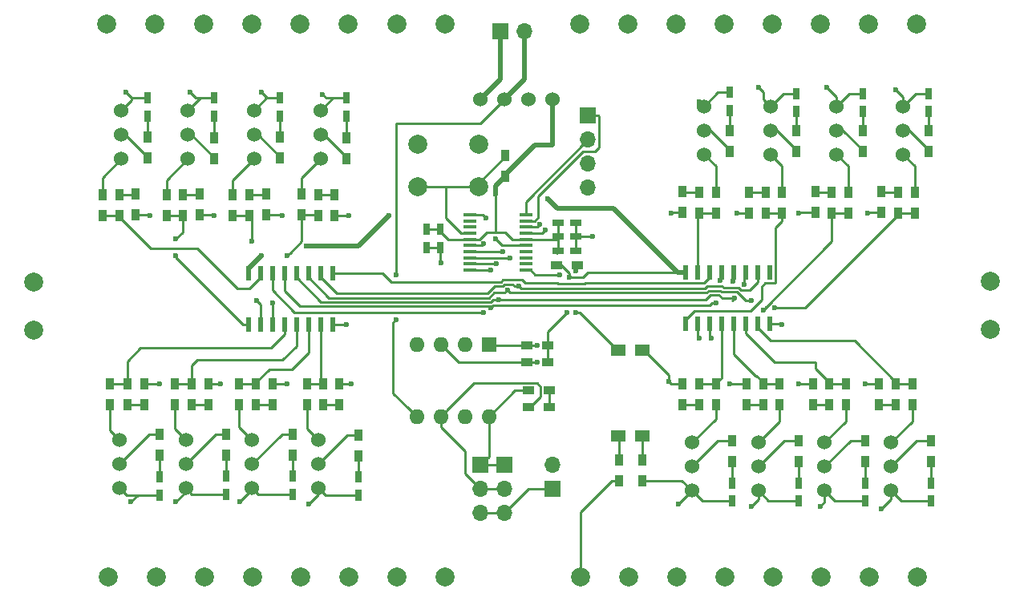
<source format=gtl>
G04 #@! TF.FileFunction,Copper,L1,Top,Signal*
%FSLAX46Y46*%
G04 Gerber Fmt 4.6, Leading zero omitted, Abs format (unit mm)*
G04 Created by KiCad (PCBNEW 4.0.2+dfsg1-stable) date Tue 14 Aug 2018 10:54:23 PM MDT*
%MOMM*%
G01*
G04 APERTURE LIST*
%ADD10C,0.100000*%
%ADD11R,1.200000X0.750000*%
%ADD12R,0.750000X1.200000*%
%ADD13R,0.900000X1.200000*%
%ADD14R,1.700000X1.700000*%
%ADD15O,1.700000X1.700000*%
%ADD16C,2.000000*%
%ADD17R,1.200000X0.900000*%
%ADD18R,1.500000X1.300000*%
%ADD19R,1.450000X0.450000*%
%ADD20R,0.600000X1.500000*%
%ADD21R,1.600000X1.600000*%
%ADD22O,1.600000X1.600000*%
%ADD23C,1.524000*%
%ADD24C,0.600000*%
%ADD25C,0.250000*%
%ADD26C,0.500000*%
G04 APERTURE END LIST*
D10*
D11*
X132350000Y-98250000D03*
X134250000Y-98250000D03*
D12*
X119937362Y-98966270D03*
X119937362Y-100866270D03*
D11*
X132350000Y-99750000D03*
X134250000Y-99750000D03*
D12*
X118437362Y-98966270D03*
X118437362Y-100866270D03*
D11*
X132350000Y-101250000D03*
X134250000Y-101250000D03*
D12*
X89000000Y-85100000D03*
X89000000Y-87000000D03*
X96000000Y-85100000D03*
X96000000Y-87000000D03*
X103000000Y-85100000D03*
X103000000Y-87000000D03*
X110000000Y-85100000D03*
X110000000Y-87000000D03*
X90300000Y-127050000D03*
X90300000Y-125150000D03*
X97300000Y-126950000D03*
X97300000Y-125050000D03*
X104300000Y-126950000D03*
X104300000Y-125050000D03*
X111300000Y-127050000D03*
X111300000Y-125150000D03*
X150500000Y-84500000D03*
X150500000Y-86400000D03*
X157500000Y-84600000D03*
X157500000Y-86500000D03*
X164500000Y-84600000D03*
X164500000Y-86500000D03*
X171500000Y-84600000D03*
X171500000Y-86500000D03*
X150750000Y-127650000D03*
X150750000Y-125750000D03*
X157750000Y-127650000D03*
X157750000Y-125750000D03*
X164750000Y-127650000D03*
X164750000Y-125750000D03*
X171750000Y-127650000D03*
X171750000Y-125750000D03*
D13*
X87750000Y-97450000D03*
X87750000Y-95250000D03*
X145500000Y-97200000D03*
X145500000Y-95000000D03*
X94500000Y-97450000D03*
X94500000Y-95250000D03*
X152500000Y-97250000D03*
X152500000Y-95050000D03*
X101500000Y-97450000D03*
X101500000Y-95250000D03*
X159500000Y-97200000D03*
X159500000Y-95000000D03*
X108750000Y-97500000D03*
X108750000Y-95300000D03*
X166500000Y-97200000D03*
X166500000Y-95000000D03*
X88650000Y-115300000D03*
X88650000Y-117500000D03*
X145500000Y-115300000D03*
X145500000Y-117500000D03*
X95450000Y-115300000D03*
X95450000Y-117500000D03*
X152250000Y-115300000D03*
X152250000Y-117500000D03*
X102250000Y-115300000D03*
X102250000Y-117500000D03*
X159250000Y-115300000D03*
X159250000Y-117500000D03*
X109250000Y-115300000D03*
X109250000Y-117500000D03*
X166250000Y-115300000D03*
X166250000Y-117500000D03*
D14*
X126720000Y-123870000D03*
D15*
X126720000Y-126410000D03*
X126720000Y-128950000D03*
D14*
X124180000Y-123870000D03*
D15*
X124180000Y-126410000D03*
X124180000Y-128950000D03*
D14*
X131800000Y-126410000D03*
D15*
X131800000Y-123870000D03*
D16*
X84720000Y-77300000D03*
X89800000Y-77300000D03*
X94920000Y-77300000D03*
X100000000Y-77300000D03*
X105120000Y-77300000D03*
X110200000Y-77300000D03*
X115320000Y-77300000D03*
X120400000Y-77300000D03*
X89960000Y-135720000D03*
X84880000Y-135720000D03*
X100120000Y-135720000D03*
X95040000Y-135720000D03*
X110280000Y-135720000D03*
X105200000Y-135720000D03*
X120440000Y-135720000D03*
X115360000Y-135720000D03*
X134630000Y-77240000D03*
X139710000Y-77240000D03*
X144790000Y-77240000D03*
X149870000Y-77240000D03*
X154950000Y-77240000D03*
X160030000Y-77240000D03*
X165110000Y-77240000D03*
X170190000Y-77240000D03*
X139780000Y-135680000D03*
X134700000Y-135680000D03*
X149940000Y-135680000D03*
X144860000Y-135680000D03*
X160100000Y-135680000D03*
X155020000Y-135680000D03*
X170260000Y-135680000D03*
X165180000Y-135680000D03*
D14*
X126250000Y-78000000D03*
D15*
X128790000Y-78000000D03*
D13*
X138750000Y-123300000D03*
X138750000Y-125500000D03*
X141250000Y-123300000D03*
X141250000Y-125500000D03*
X126750000Y-93350000D03*
X126750000Y-91150000D03*
D17*
X131450000Y-116000000D03*
X129250000Y-116000000D03*
X131450000Y-117750000D03*
X129250000Y-117750000D03*
X132150000Y-102750000D03*
X134350000Y-102750000D03*
D13*
X86000000Y-95300000D03*
X86000000Y-97500000D03*
X92750000Y-95300000D03*
X92750000Y-97500000D03*
X99750000Y-95300000D03*
X99750000Y-97500000D03*
X107000000Y-95300000D03*
X107000000Y-97500000D03*
X86850000Y-117500000D03*
X86850000Y-115300000D03*
X93650000Y-117500000D03*
X93650000Y-115300000D03*
X100450000Y-117500000D03*
X100450000Y-115300000D03*
X107550000Y-117500000D03*
X107550000Y-115300000D03*
D17*
X129050000Y-111250000D03*
X131250000Y-111250000D03*
X129050000Y-113000000D03*
X131250000Y-113000000D03*
D13*
X84250000Y-95300000D03*
X84250000Y-97500000D03*
X91000000Y-95300000D03*
X91000000Y-97500000D03*
X98000000Y-95300000D03*
X98000000Y-97500000D03*
X105250000Y-95250000D03*
X105250000Y-97450000D03*
X89000000Y-91450000D03*
X89000000Y-89250000D03*
X96000000Y-91500000D03*
X96000000Y-89300000D03*
X103000000Y-91450000D03*
X103000000Y-89250000D03*
X110000000Y-91500000D03*
X110000000Y-89300000D03*
X85050000Y-117500000D03*
X85050000Y-115300000D03*
X91850000Y-117500000D03*
X91850000Y-115300000D03*
X98650000Y-117500000D03*
X98650000Y-115300000D03*
X105850000Y-117500000D03*
X105850000Y-115300000D03*
X90300000Y-120600000D03*
X90300000Y-122800000D03*
X97300000Y-120600000D03*
X97300000Y-122800000D03*
X104300000Y-120600000D03*
X104300000Y-122800000D03*
X111300000Y-120700000D03*
X111300000Y-122900000D03*
X149000000Y-95050000D03*
X149000000Y-97250000D03*
X156000000Y-95050000D03*
X156000000Y-97250000D03*
X163000000Y-95050000D03*
X163000000Y-97250000D03*
X170000000Y-95050000D03*
X170000000Y-97250000D03*
X150500000Y-90750000D03*
X150500000Y-88550000D03*
X157500000Y-90700000D03*
X157500000Y-88500000D03*
X164500000Y-90700000D03*
X164500000Y-88500000D03*
X171500000Y-90700000D03*
X171500000Y-88500000D03*
X149000000Y-117450000D03*
X149000000Y-115250000D03*
X155750000Y-117450000D03*
X155750000Y-115250000D03*
X162750000Y-117500000D03*
X162750000Y-115300000D03*
X169750000Y-117450000D03*
X169750000Y-115250000D03*
X150750000Y-121300000D03*
X150750000Y-123500000D03*
X157750000Y-121300000D03*
X157750000Y-123500000D03*
X164750000Y-121300000D03*
X164750000Y-123500000D03*
X171750000Y-121300000D03*
X171750000Y-123500000D03*
D16*
X117500000Y-94500000D03*
X117500000Y-90000000D03*
X124000000Y-94500000D03*
X124000000Y-90000000D03*
D18*
X138730000Y-120750000D03*
X141270000Y-120750000D03*
X141270000Y-111750000D03*
X138730000Y-111750000D03*
D19*
X123050000Y-97425000D03*
X123050000Y-98075000D03*
X123050000Y-98725000D03*
X123050000Y-99375000D03*
X123050000Y-100025000D03*
X123050000Y-100675000D03*
X123050000Y-101325000D03*
X123050000Y-101975000D03*
X123050000Y-102625000D03*
X123050000Y-103275000D03*
X128950000Y-103275000D03*
X128950000Y-102625000D03*
X128950000Y-101975000D03*
X128950000Y-101325000D03*
X128950000Y-100675000D03*
X128950000Y-100025000D03*
X128950000Y-99375000D03*
X128950000Y-98725000D03*
X128950000Y-98075000D03*
X128950000Y-97425000D03*
D20*
X99630000Y-109000000D03*
X100900000Y-109000000D03*
X102170000Y-109000000D03*
X103440000Y-109000000D03*
X104710000Y-109000000D03*
X105980000Y-109000000D03*
X107250000Y-109000000D03*
X108520000Y-109000000D03*
X108520000Y-103600000D03*
X107250000Y-103600000D03*
X105980000Y-103600000D03*
X104710000Y-103600000D03*
X103440000Y-103600000D03*
X102170000Y-103600000D03*
X100900000Y-103600000D03*
X99630000Y-103600000D03*
X145805000Y-108950000D03*
X147075000Y-108950000D03*
X148345000Y-108950000D03*
X149615000Y-108950000D03*
X150885000Y-108950000D03*
X152155000Y-108950000D03*
X153425000Y-108950000D03*
X154695000Y-108950000D03*
X154695000Y-103550000D03*
X153425000Y-103550000D03*
X152155000Y-103550000D03*
X150885000Y-103550000D03*
X149615000Y-103550000D03*
X148345000Y-103550000D03*
X147075000Y-103550000D03*
X145805000Y-103550000D03*
D21*
X125040000Y-111130000D03*
D22*
X117420000Y-118750000D03*
X122500000Y-111130000D03*
X119960000Y-118750000D03*
X119960000Y-111130000D03*
X122500000Y-118750000D03*
X117420000Y-111130000D03*
X125040000Y-118750000D03*
D23*
X124130000Y-85250000D03*
X126670000Y-85250000D03*
X129210000Y-85250000D03*
X131750000Y-85250000D03*
D14*
X135500000Y-86960000D03*
D15*
X135500000Y-89500000D03*
X135500000Y-92040000D03*
X135500000Y-94580000D03*
D23*
X86250000Y-86420000D03*
X86250000Y-88960000D03*
X86250000Y-91500000D03*
X93250000Y-86420000D03*
X93250000Y-88960000D03*
X93250000Y-91500000D03*
X100250000Y-86420000D03*
X100250000Y-88960000D03*
X100250000Y-91500000D03*
X107250000Y-86420000D03*
X107250000Y-88960000D03*
X107250000Y-91500000D03*
X86050000Y-126300000D03*
X86050000Y-123760000D03*
X86050000Y-121220000D03*
X93050000Y-126300000D03*
X93050000Y-123760000D03*
X93050000Y-121220000D03*
X100050000Y-126300000D03*
X100050000Y-123760000D03*
X100050000Y-121220000D03*
X107050000Y-126300000D03*
X107050000Y-123760000D03*
X107050000Y-121220000D03*
X147750000Y-85960000D03*
X147750000Y-88500000D03*
X147750000Y-91040000D03*
X154750000Y-85960000D03*
X154750000Y-88500000D03*
X154750000Y-91040000D03*
X161750000Y-85960000D03*
X161750000Y-88500000D03*
X161750000Y-91040000D03*
X168750000Y-85960000D03*
X168750000Y-88500000D03*
X168750000Y-91040000D03*
X146500000Y-126580000D03*
X146500000Y-124040000D03*
X146500000Y-121500000D03*
X153500000Y-126580000D03*
X153500000Y-124040000D03*
X153500000Y-121500000D03*
X160500000Y-126580000D03*
X160500000Y-124040000D03*
X160500000Y-121500000D03*
X167500000Y-126580000D03*
X167500000Y-124040000D03*
X167500000Y-121500000D03*
D13*
X147250000Y-95050000D03*
X147250000Y-97250000D03*
X154250000Y-95050000D03*
X154250000Y-97250000D03*
X161250000Y-95050000D03*
X161250000Y-97250000D03*
X168250000Y-95050000D03*
X168250000Y-97250000D03*
X147250000Y-117450000D03*
X147250000Y-115250000D03*
X154000000Y-117450000D03*
X154000000Y-115250000D03*
X161000000Y-117500000D03*
X161000000Y-115300000D03*
X168000000Y-117450000D03*
X168000000Y-115250000D03*
D16*
X77000000Y-109580000D03*
X77000000Y-104500000D03*
X178000000Y-104460000D03*
X178000000Y-109540000D03*
D24*
X131750000Y-90000000D03*
X133550000Y-104000000D03*
X133250000Y-107750000D03*
X131250000Y-95750000D03*
X125750000Y-95250000D03*
X114500000Y-97500000D03*
X105750000Y-100750000D03*
X101000000Y-101750000D03*
X156000000Y-109000000D03*
X125750000Y-100000000D03*
X124750000Y-97750000D03*
X90250000Y-115250000D03*
X96750000Y-115250000D03*
X103750000Y-115250000D03*
X110500000Y-115250000D03*
X110000000Y-109000000D03*
X144000000Y-115000000D03*
X150500000Y-115250000D03*
X157750000Y-115250000D03*
X164750000Y-115250000D03*
X165000000Y-97250000D03*
X157750000Y-97250000D03*
X151250000Y-97250000D03*
X144250000Y-97250000D03*
X136000000Y-99750000D03*
X120000000Y-102500000D03*
X110250000Y-97500000D03*
X103250000Y-97500000D03*
X96000000Y-97500000D03*
X89250000Y-97500000D03*
X147250000Y-85460000D03*
X153500000Y-84000000D03*
X160750000Y-84000000D03*
X168000000Y-84250000D03*
X166500000Y-128500000D03*
X160000000Y-128250000D03*
X152750000Y-128250000D03*
X145080000Y-128000000D03*
X106000000Y-128000000D03*
X98750000Y-127750000D03*
X92000000Y-127750000D03*
X87250000Y-127750000D03*
X107500000Y-84750000D03*
X101000000Y-84500000D03*
X93500000Y-84500000D03*
X86750000Y-84500000D03*
X132500000Y-103750000D03*
X134217050Y-103374990D03*
X134250000Y-107750000D03*
X124500000Y-107750000D03*
X124500000Y-100500000D03*
X126500000Y-101300010D03*
X126997187Y-105374990D03*
X152000000Y-104750000D03*
X152750000Y-106500000D03*
X128164357Y-104924979D03*
X127250000Y-102000000D03*
X126106218Y-106374990D03*
X150823563Y-104474968D03*
X151000000Y-106250000D03*
X125874990Y-102600010D03*
X149000000Y-106750000D03*
X149468648Y-104349967D03*
X125250000Y-107275032D03*
X125250000Y-103250010D03*
X154000000Y-107500000D03*
X147250000Y-110500000D03*
X155250000Y-107250000D03*
X148500000Y-110500000D03*
X115250000Y-108500000D03*
X115250000Y-103750000D03*
X92000000Y-100000000D03*
X92000000Y-101750000D03*
X100000000Y-100250000D03*
X100500000Y-106500000D03*
X103750000Y-101750000D03*
X102250000Y-106750000D03*
X130149998Y-111250000D03*
X131000000Y-99000000D03*
X130149962Y-113000000D03*
X130434306Y-98434306D03*
D25*
X125750000Y-99250000D02*
X124800000Y-99250000D01*
X126500000Y-99250000D02*
X125750000Y-99250000D01*
X125750000Y-99250000D02*
X125750000Y-95250000D01*
D26*
X131750000Y-85250000D02*
X131750000Y-90000000D01*
X131750000Y-90000000D02*
X131750000Y-90050000D01*
D25*
X133550000Y-103575736D02*
X132724264Y-102750000D01*
X133550000Y-104000000D02*
X133550000Y-103575736D01*
X132724264Y-102750000D02*
X132150000Y-102750000D01*
X131250000Y-111250000D02*
X131250000Y-109750000D01*
X131250000Y-109750000D02*
X133250000Y-107750000D01*
X135000000Y-104000000D02*
X133550000Y-104000000D01*
X135450000Y-103550000D02*
X135000000Y-104000000D01*
X145005000Y-103550000D02*
X135450000Y-103550000D01*
D26*
X138205000Y-96750000D02*
X132250000Y-96750000D01*
X132250000Y-96750000D02*
X131250000Y-95750000D01*
X145805000Y-103550000D02*
X145005000Y-103550000D01*
X145005000Y-103550000D02*
X138205000Y-96750000D01*
X125750000Y-95250000D02*
X125750000Y-94350000D01*
X125750000Y-94350000D02*
X126750000Y-93350000D01*
X105750000Y-100750000D02*
X111250000Y-100750000D01*
X111250000Y-100750000D02*
X114500000Y-97500000D01*
X99630000Y-103600000D02*
X99630000Y-103120000D01*
X99630000Y-103120000D02*
X101000000Y-101750000D01*
X131750000Y-90050000D02*
X129900000Y-90050000D01*
X129900000Y-90050000D02*
X126750000Y-93200000D01*
X126750000Y-93200000D02*
X126750000Y-93350000D01*
D25*
X131250000Y-111250000D02*
X131250000Y-113000000D01*
X124800000Y-99250000D02*
X124025000Y-100025000D01*
X124025000Y-100025000D02*
X123050000Y-100025000D01*
X126750000Y-99250000D02*
X127525000Y-100025000D01*
X127525000Y-100025000D02*
X128950000Y-100025000D01*
X126500000Y-99250000D02*
X126750000Y-99250000D01*
X123050000Y-100025000D02*
X120771092Y-100025000D01*
X120771092Y-100025000D02*
X119937362Y-99191270D01*
X119937362Y-99191270D02*
X119937362Y-98966270D01*
X128950000Y-100025000D02*
X132075000Y-100025000D01*
X132075000Y-100025000D02*
X132350000Y-99750000D01*
X118437362Y-98966270D02*
X119937362Y-98966270D01*
X132350000Y-99750000D02*
X132350000Y-98250000D01*
X132350000Y-101250000D02*
X132350000Y-99750000D01*
X132150000Y-101450000D02*
X132350000Y-101250000D01*
X154695000Y-108950000D02*
X155950000Y-108950000D01*
X155950000Y-108950000D02*
X156000000Y-109000000D01*
X128950000Y-100675000D02*
X126425000Y-100675000D01*
X126425000Y-100675000D02*
X125750000Y-100000000D01*
X123050000Y-97425000D02*
X124425000Y-97425000D01*
X124425000Y-97425000D02*
X124750000Y-97750000D01*
X88650000Y-115300000D02*
X90200000Y-115300000D01*
X90200000Y-115300000D02*
X90250000Y-115250000D01*
X95450000Y-115300000D02*
X96700000Y-115300000D01*
X96700000Y-115300000D02*
X96750000Y-115250000D01*
X102250000Y-115300000D02*
X103700000Y-115300000D01*
X103700000Y-115300000D02*
X103750000Y-115250000D01*
X109250000Y-115300000D02*
X110450000Y-115300000D01*
X110450000Y-115300000D02*
X110500000Y-115250000D01*
X108520000Y-109000000D02*
X110000000Y-109000000D01*
X141270000Y-111750000D02*
X141370000Y-111750000D01*
X141370000Y-111750000D02*
X144000000Y-114380000D01*
X144000000Y-114380000D02*
X144000000Y-114575736D01*
X144000000Y-114575736D02*
X144000000Y-115000000D01*
X145500000Y-115300000D02*
X144300000Y-115300000D01*
X144300000Y-115300000D02*
X144000000Y-115000000D01*
X152250000Y-115300000D02*
X150550000Y-115300000D01*
X150550000Y-115300000D02*
X150500000Y-115250000D01*
X159250000Y-115300000D02*
X157800000Y-115300000D01*
X157800000Y-115300000D02*
X157750000Y-115250000D01*
X166250000Y-115300000D02*
X164800000Y-115300000D01*
X164800000Y-115300000D02*
X164750000Y-115250000D01*
X166500000Y-97200000D02*
X165050000Y-97200000D01*
X165050000Y-97200000D02*
X165000000Y-97250000D01*
X159500000Y-97200000D02*
X157800000Y-97200000D01*
X157800000Y-97200000D02*
X157750000Y-97250000D01*
X152500000Y-97250000D02*
X151250000Y-97250000D01*
X145500000Y-97200000D02*
X144300000Y-97200000D01*
X144300000Y-97200000D02*
X144250000Y-97250000D01*
X134250000Y-99750000D02*
X136000000Y-99750000D01*
X119937362Y-100866270D02*
X119937362Y-102437362D01*
X119937362Y-102437362D02*
X120000000Y-102500000D01*
X108750000Y-97500000D02*
X110250000Y-97500000D01*
X101500000Y-97450000D02*
X103200000Y-97450000D01*
X103200000Y-97450000D02*
X103250000Y-97500000D01*
X94500000Y-97450000D02*
X95950000Y-97450000D01*
X95950000Y-97450000D02*
X96000000Y-97500000D01*
X87750000Y-97450000D02*
X89200000Y-97450000D01*
X89200000Y-97450000D02*
X89250000Y-97500000D01*
X119937362Y-100866270D02*
X118437362Y-100866270D01*
X134250000Y-99750000D02*
X134250000Y-98250000D01*
X134250000Y-101250000D02*
X134250000Y-99750000D01*
X147750000Y-85960000D02*
X147250000Y-85460000D01*
X153988001Y-84488001D02*
X153500000Y-84000000D01*
X154750000Y-85960000D02*
X153988001Y-85198001D01*
X153988001Y-85198001D02*
X153988001Y-84488001D01*
X161750000Y-85960000D02*
X161750000Y-85000000D01*
X161750000Y-85000000D02*
X160750000Y-84000000D01*
X168750000Y-85960000D02*
X168750000Y-85000000D01*
X168750000Y-85000000D02*
X168000000Y-84250000D01*
X167500000Y-126580000D02*
X167500000Y-127500000D01*
X167500000Y-127500000D02*
X166500000Y-128500000D01*
X160500000Y-126580000D02*
X160500000Y-127750000D01*
X160500000Y-127750000D02*
X160000000Y-128250000D01*
X87350000Y-85100000D02*
X87350000Y-85320000D01*
X87350000Y-85320000D02*
X86250000Y-86420000D01*
X153500000Y-126580000D02*
X153500000Y-127500000D01*
X153500000Y-127500000D02*
X152750000Y-128250000D01*
X146500000Y-126580000D02*
X145080000Y-128000000D01*
X107050000Y-126300000D02*
X107050000Y-126950000D01*
X107050000Y-126950000D02*
X106000000Y-128000000D01*
X100050000Y-126300000D02*
X100050000Y-126450000D01*
X100050000Y-126450000D02*
X98750000Y-127750000D01*
X93050000Y-126300000D02*
X93050000Y-126700000D01*
X93050000Y-126700000D02*
X92000000Y-127750000D01*
X87950000Y-127050000D02*
X87250000Y-127750000D01*
X90300000Y-127050000D02*
X87950000Y-127050000D01*
X110000000Y-85100000D02*
X107850000Y-85100000D01*
X107850000Y-85100000D02*
X107500000Y-84750000D01*
X103000000Y-85100000D02*
X101600000Y-85100000D01*
X101600000Y-85100000D02*
X101000000Y-84500000D01*
X96000000Y-85100000D02*
X94100000Y-85100000D01*
X94100000Y-85100000D02*
X93500000Y-84500000D01*
X89000000Y-85100000D02*
X87350000Y-85100000D01*
X87350000Y-85100000D02*
X86750000Y-84500000D01*
X141250000Y-125500000D02*
X145420000Y-125500000D01*
X145420000Y-125500000D02*
X146500000Y-126580000D01*
X171750000Y-127650000D02*
X168570000Y-127650000D01*
X168570000Y-127650000D02*
X167500000Y-126580000D01*
X164750000Y-127650000D02*
X161570000Y-127650000D01*
X161570000Y-127650000D02*
X160500000Y-126580000D01*
X157750000Y-127650000D02*
X154570000Y-127650000D01*
X154570000Y-127650000D02*
X153500000Y-126580000D01*
X150750000Y-127650000D02*
X147570000Y-127650000D01*
X147570000Y-127650000D02*
X146500000Y-126580000D01*
X168750000Y-85960000D02*
X170110000Y-84600000D01*
X170110000Y-84600000D02*
X171500000Y-84600000D01*
X161750000Y-85960000D02*
X163110000Y-84600000D01*
X163110000Y-84600000D02*
X164500000Y-84600000D01*
X157500000Y-84600000D02*
X156110000Y-84600000D01*
X156110000Y-84600000D02*
X154750000Y-85960000D01*
X150500000Y-84500000D02*
X149210000Y-84500000D01*
X149210000Y-84500000D02*
X147750000Y-85960000D01*
X111300000Y-127050000D02*
X107800000Y-127050000D01*
X107800000Y-127050000D02*
X107050000Y-126300000D01*
X104300000Y-126950000D02*
X100700000Y-126950000D01*
X100700000Y-126950000D02*
X100050000Y-126300000D01*
X97300000Y-126950000D02*
X93700000Y-126950000D01*
X93700000Y-126950000D02*
X93050000Y-126300000D01*
X90300000Y-127050000D02*
X86800000Y-127050000D01*
X86800000Y-127050000D02*
X86050000Y-126300000D01*
X107250000Y-86420000D02*
X108570000Y-85100000D01*
X108570000Y-85100000D02*
X110000000Y-85100000D01*
X100250000Y-86420000D02*
X101570000Y-85100000D01*
X101570000Y-85100000D02*
X103000000Y-85100000D01*
X96000000Y-85100000D02*
X94570000Y-85100000D01*
X94570000Y-85100000D02*
X93250000Y-86420000D01*
X89000000Y-87000000D02*
X89000000Y-89250000D01*
X96000000Y-87000000D02*
X96000000Y-89300000D01*
X103000000Y-87000000D02*
X103000000Y-89250000D01*
X110000000Y-87000000D02*
X110000000Y-89300000D01*
X90300000Y-122800000D02*
X90300000Y-125150000D01*
X97300000Y-122800000D02*
X97300000Y-125050000D01*
X104300000Y-122800000D02*
X104300000Y-125050000D01*
X111300000Y-122900000D02*
X111300000Y-125150000D01*
X150500000Y-86400000D02*
X150500000Y-88550000D01*
X157500000Y-86500000D02*
X157500000Y-88500000D01*
X164500000Y-86500000D02*
X164500000Y-88500000D01*
X171500000Y-86500000D02*
X171500000Y-88500000D01*
X150750000Y-123500000D02*
X150750000Y-125750000D01*
X157750000Y-123500000D02*
X157750000Y-125750000D01*
X164750000Y-123500000D02*
X164750000Y-125750000D01*
X171750000Y-123500000D02*
X171750000Y-125750000D01*
X124180000Y-123870000D02*
X125280000Y-123870000D01*
X125280000Y-123870000D02*
X126720000Y-123870000D01*
X125040000Y-118750000D02*
X125040000Y-123010000D01*
X125040000Y-123010000D02*
X124180000Y-123870000D01*
X129250000Y-116000000D02*
X127790000Y-116000000D01*
X127790000Y-116000000D02*
X125040000Y-118750000D01*
X126720000Y-126410000D02*
X125517919Y-126410000D01*
X125517919Y-126410000D02*
X124180000Y-126410000D01*
X122500000Y-122421370D02*
X122500000Y-124730000D01*
X122500000Y-124730000D02*
X124180000Y-126410000D01*
X119960000Y-118750000D02*
X119960000Y-119881370D01*
X119960000Y-119881370D02*
X122500000Y-122421370D01*
X130500000Y-116650000D02*
X130500000Y-115614998D01*
X130500000Y-115614998D02*
X130110001Y-115224999D01*
X130110001Y-115224999D02*
X123485001Y-115224999D01*
X123485001Y-115224999D02*
X120759999Y-117950001D01*
X120759999Y-117950001D02*
X119960000Y-118750000D01*
X129250000Y-117750000D02*
X129400000Y-117750000D01*
X129400000Y-117750000D02*
X130500000Y-116650000D01*
X136600000Y-86960000D02*
X135500000Y-86960000D01*
X136675001Y-87035001D02*
X136600000Y-86960000D01*
X136250000Y-90750000D02*
X136675001Y-90324999D01*
X136675001Y-90324999D02*
X136675001Y-87035001D01*
X130250000Y-97693610D02*
X130250000Y-95500000D01*
X130250000Y-95500000D02*
X135000000Y-90750000D01*
X135000000Y-90750000D02*
X136250000Y-90750000D01*
X128950000Y-98075000D02*
X129868610Y-98075000D01*
X129868610Y-98075000D02*
X130250000Y-97693610D01*
X128950000Y-97425000D02*
X128950000Y-96050000D01*
X128950000Y-96050000D02*
X135500000Y-89500000D01*
X89000000Y-91450000D02*
X89000000Y-91300000D01*
X89000000Y-91300000D02*
X86660000Y-88960000D01*
X86660000Y-88960000D02*
X86250000Y-88960000D01*
X134700000Y-135680000D02*
X134700000Y-128850000D01*
X134700000Y-128850000D02*
X138050000Y-125500000D01*
X138050000Y-125500000D02*
X138750000Y-125500000D01*
X96000000Y-91500000D02*
X96000000Y-91350000D01*
X96000000Y-91350000D02*
X93610000Y-88960000D01*
X93610000Y-88960000D02*
X93250000Y-88960000D01*
X103000000Y-91450000D02*
X103000000Y-91300000D01*
X103000000Y-91300000D02*
X100660000Y-88960000D01*
X100660000Y-88960000D02*
X100250000Y-88960000D01*
X110000000Y-91500000D02*
X110000000Y-91350000D01*
X110000000Y-91350000D02*
X107610000Y-88960000D01*
X107610000Y-88960000D02*
X107250000Y-88960000D01*
X150500000Y-90750000D02*
X150500000Y-90600000D01*
X150500000Y-90600000D02*
X148400000Y-88500000D01*
X148400000Y-88500000D02*
X147750000Y-88500000D01*
X157500000Y-90700000D02*
X157500000Y-90550000D01*
X157500000Y-90550000D02*
X155450000Y-88500000D01*
X155450000Y-88500000D02*
X154750000Y-88500000D01*
X164500000Y-90700000D02*
X164500000Y-90550000D01*
X164500000Y-90550000D02*
X162450000Y-88500000D01*
X162450000Y-88500000D02*
X161750000Y-88500000D01*
X171500000Y-90700000D02*
X171500000Y-90550000D01*
X171500000Y-90550000D02*
X169450000Y-88500000D01*
X169450000Y-88500000D02*
X168750000Y-88500000D01*
X138750000Y-123300000D02*
X138750000Y-120770000D01*
X138750000Y-120770000D02*
X138730000Y-120750000D01*
X141250000Y-123300000D02*
X141250000Y-120770000D01*
X141250000Y-120770000D02*
X141270000Y-120750000D01*
X122585787Y-94500000D02*
X120500000Y-94500000D01*
X120500000Y-94500000D02*
X117500000Y-94500000D01*
X123050000Y-99375000D02*
X122075000Y-99375000D01*
X122075000Y-99375000D02*
X120500000Y-97800000D01*
X120500000Y-97800000D02*
X120500000Y-94500000D01*
X124000000Y-94500000D02*
X122585787Y-94500000D01*
X126750000Y-91150000D02*
X126750000Y-91300000D01*
X126750000Y-91300000D02*
X124000000Y-94050000D01*
X124000000Y-94050000D02*
X124000000Y-94500000D01*
X129450000Y-103275000D02*
X129925000Y-103750000D01*
X128950000Y-103275000D02*
X129450000Y-103275000D01*
X129925000Y-103750000D02*
X132500000Y-103750000D01*
X134217050Y-102882950D02*
X134217050Y-102950726D01*
X134350000Y-102750000D02*
X134217050Y-102882950D01*
X134217050Y-102950726D02*
X134217050Y-103374990D01*
X138730000Y-111750000D02*
X138630000Y-111750000D01*
X138630000Y-111750000D02*
X134630000Y-107750000D01*
X134630000Y-107750000D02*
X134250000Y-107750000D01*
X98000000Y-95300000D02*
X98000000Y-93750000D01*
X98000000Y-93750000D02*
X100250000Y-91500000D01*
X105250000Y-95250000D02*
X105250000Y-93500000D01*
X105250000Y-93500000D02*
X107250000Y-91500000D01*
X163000000Y-95050000D02*
X163000000Y-92290000D01*
X163000000Y-92290000D02*
X161750000Y-91040000D01*
X170000000Y-95050000D02*
X170000000Y-92290000D01*
X170000000Y-92290000D02*
X168750000Y-91040000D01*
X124500000Y-107750000D02*
X104500000Y-107750000D01*
X104500000Y-107750000D02*
X102170000Y-105420000D01*
X102170000Y-105420000D02*
X102170000Y-103600000D01*
X123050000Y-100675000D02*
X124325000Y-100675000D01*
X124325000Y-100675000D02*
X124500000Y-100500000D01*
X126475010Y-101325000D02*
X126500000Y-101300010D01*
X123050000Y-101325000D02*
X126475010Y-101325000D01*
X108130011Y-106200011D02*
X125052199Y-106200011D01*
X125577221Y-105674989D02*
X126697188Y-105674989D01*
X105980000Y-104050000D02*
X108130011Y-106200011D01*
X126697188Y-105674989D02*
X126997187Y-105374990D01*
X125052199Y-106200011D02*
X125577221Y-105674989D01*
X105980000Y-103600000D02*
X105980000Y-104050000D01*
X148263597Y-105424989D02*
X148013597Y-105674989D01*
X151224993Y-105549989D02*
X149611402Y-105549989D01*
X152175004Y-106500000D02*
X151224993Y-105549989D01*
X127297186Y-105674989D02*
X126997187Y-105374990D01*
X148013597Y-105674989D02*
X127297186Y-105674989D01*
X152750000Y-106500000D02*
X152175004Y-106500000D01*
X149486401Y-105424988D02*
X148263597Y-105424989D01*
X149611402Y-105549989D02*
X149486401Y-105424988D01*
X152000000Y-104750000D02*
X152000000Y-103705000D01*
X152000000Y-103705000D02*
X152155000Y-103550000D01*
X127565102Y-104749988D02*
X127740093Y-104924979D01*
X126697185Y-104749988D02*
X127565102Y-104749988D01*
X126497162Y-104950011D02*
X126697185Y-104749988D01*
X124865799Y-105750000D02*
X125665788Y-104950011D01*
X127740093Y-104924979D02*
X128164357Y-104924979D01*
X125665788Y-104950011D02*
X126497162Y-104950011D01*
X107250000Y-103600000D02*
X107250000Y-104050000D01*
X108950000Y-105750000D02*
X124865799Y-105750000D01*
X107250000Y-104050000D02*
X108950000Y-105750000D01*
X153425000Y-103550000D02*
X153425000Y-104550000D01*
X149797802Y-105099978D02*
X149672804Y-104974980D01*
X149672804Y-104974980D02*
X148077196Y-104974980D01*
X153425000Y-104550000D02*
X152599999Y-105375001D01*
X151686416Y-105375001D02*
X151411393Y-105099978D01*
X147827198Y-105224978D02*
X128464356Y-105224978D01*
X148077196Y-104974980D02*
X147827198Y-105224978D01*
X152599999Y-105375001D02*
X151686416Y-105375001D01*
X151411393Y-105099978D02*
X149797802Y-105099978D01*
X128464356Y-105224978D02*
X128164357Y-104924979D01*
X123050000Y-101975000D02*
X127225000Y-101975000D01*
X127225000Y-101975000D02*
X127250000Y-102000000D01*
X125513631Y-106374990D02*
X125681954Y-106374990D01*
X104710000Y-103600000D02*
X104710000Y-104050000D01*
X149675002Y-106250000D02*
X149300001Y-105874999D01*
X149300001Y-105874999D02*
X148449998Y-105874998D01*
X125681954Y-106374990D02*
X126106218Y-106374990D01*
X148449998Y-105874998D02*
X147950006Y-106374990D01*
X151000000Y-106250000D02*
X149675002Y-106250000D01*
X126530482Y-106374990D02*
X126106218Y-106374990D01*
X104710000Y-104050000D02*
X107310022Y-106650022D01*
X125238599Y-106650022D02*
X125513631Y-106374990D01*
X107310022Y-106650022D02*
X125238599Y-106650022D01*
X147950006Y-106374990D02*
X126530482Y-106374990D01*
X150823563Y-104050704D02*
X150823563Y-104474968D01*
X150823563Y-103611437D02*
X150823563Y-104050704D01*
X150885000Y-103550000D02*
X150823563Y-103611437D01*
X150750000Y-106500000D02*
X151000000Y-106250000D01*
X123050000Y-102625000D02*
X125850000Y-102625000D01*
X125850000Y-102625000D02*
X125874990Y-102600010D01*
X148325736Y-107000000D02*
X148575736Y-106750000D01*
X146250000Y-107000000D02*
X148325736Y-107000000D01*
X148575736Y-106750000D02*
X149000000Y-106750000D01*
X146250000Y-107000000D02*
X148474968Y-107000000D01*
X125525032Y-107000000D02*
X146250000Y-107000000D01*
X125250000Y-107275032D02*
X125525032Y-107000000D01*
X149615000Y-103550000D02*
X149468648Y-103696352D01*
X149468648Y-103696352D02*
X149468648Y-103925703D01*
X149468648Y-103925703D02*
X149468648Y-104349967D01*
X103440000Y-103600000D02*
X103440000Y-105440000D01*
X103440000Y-105440000D02*
X105100033Y-107100033D01*
X105100033Y-107100033D02*
X125075001Y-107100033D01*
X125075001Y-107100033D02*
X125250000Y-107275032D01*
X125225010Y-103275000D02*
X125250000Y-103250010D01*
X123050000Y-103275000D02*
X125225010Y-103275000D01*
X103440000Y-104190000D02*
X103440000Y-103600000D01*
X103440000Y-103150000D02*
X103440000Y-103600000D01*
X126310762Y-104500000D02*
X126510785Y-104299977D01*
X114750000Y-104500000D02*
X126310762Y-104500000D01*
X132313598Y-104700009D02*
X135186401Y-104700009D01*
X128549977Y-104299977D02*
X128875001Y-104625001D01*
X132238590Y-104625001D02*
X132313598Y-104700009D01*
X108520000Y-103600000D02*
X113850000Y-103600000D01*
X113850000Y-103600000D02*
X114750000Y-104500000D01*
X126510785Y-104299977D02*
X128549977Y-104299977D01*
X128875001Y-104625001D02*
X132238590Y-104625001D01*
X135186401Y-104700009D02*
X135261409Y-104625001D01*
X135261409Y-104625001D02*
X147719999Y-104625001D01*
X147719999Y-104625001D02*
X148345000Y-104000000D01*
X148345000Y-104000000D02*
X148345000Y-103550000D01*
X86000000Y-95300000D02*
X87700000Y-95300000D01*
X87700000Y-95300000D02*
X87750000Y-95250000D01*
X92750000Y-95300000D02*
X94450000Y-95300000D01*
X94450000Y-95300000D02*
X94500000Y-95250000D01*
X99750000Y-95300000D02*
X101450000Y-95300000D01*
X101450000Y-95300000D02*
X101500000Y-95250000D01*
X107000000Y-95300000D02*
X108750000Y-95300000D01*
D26*
X124130000Y-85250000D02*
X126250000Y-83130000D01*
X126250000Y-83130000D02*
X126250000Y-78000000D01*
D25*
X147075000Y-103550000D02*
X147075000Y-97425000D01*
X147075000Y-97425000D02*
X147250000Y-97250000D01*
X149000000Y-97250000D02*
X147250000Y-97250000D01*
X156000000Y-98100000D02*
X156000000Y-97250000D01*
X154238588Y-104625001D02*
X155255001Y-104625001D01*
X155255001Y-104625001D02*
X155320001Y-104560001D01*
X153849988Y-106400012D02*
X153849988Y-105013601D01*
X155320001Y-104560001D02*
X155320001Y-98779999D01*
X152695000Y-107555000D02*
X153849988Y-106400012D01*
X153849988Y-105013601D02*
X154238588Y-104625001D01*
X146750000Y-107555000D02*
X152695000Y-107555000D01*
X145805000Y-108950000D02*
X145805000Y-108500000D01*
X155320001Y-98779999D02*
X156000000Y-98100000D01*
X145805000Y-108500000D02*
X146750000Y-107555000D01*
X156000000Y-97250000D02*
X154250000Y-97250000D01*
X154000000Y-107500000D02*
X161250000Y-100250000D01*
X161250000Y-100250000D02*
X161250000Y-98630002D01*
X154000000Y-107500000D02*
X154299999Y-107200001D01*
X161250000Y-98630002D02*
X161250000Y-97250000D01*
X147075000Y-108950000D02*
X147075000Y-110325000D01*
X147075000Y-110325000D02*
X147250000Y-110500000D01*
X163000000Y-97250000D02*
X161250000Y-97250000D01*
X155250000Y-107250000D02*
X158400000Y-107250000D01*
X158400000Y-107250000D02*
X168250000Y-97400000D01*
X168250000Y-97400000D02*
X168250000Y-97250000D01*
X148345000Y-108950000D02*
X148345000Y-110345000D01*
X148345000Y-110345000D02*
X148500000Y-110500000D01*
X170000000Y-97250000D02*
X168250000Y-97250000D01*
X86850000Y-117500000D02*
X88650000Y-117500000D01*
X149615000Y-108950000D02*
X149615000Y-114635000D01*
X149615000Y-114635000D02*
X149000000Y-115250000D01*
X147250000Y-115250000D02*
X149000000Y-115250000D01*
X93650000Y-117500000D02*
X95450000Y-117500000D01*
X150885000Y-108950000D02*
X150885000Y-112135000D01*
X154000000Y-115100000D02*
X154000000Y-115250000D01*
X150885000Y-112135000D02*
X153150000Y-114400000D01*
X153150000Y-114400000D02*
X153300000Y-114400000D01*
X153300000Y-114400000D02*
X154000000Y-115100000D01*
X154000000Y-115250000D02*
X155750000Y-115250000D01*
X100450000Y-117500000D02*
X102250000Y-117500000D01*
X159500000Y-113000000D02*
X159500000Y-113650000D01*
X159500000Y-113650000D02*
X161000000Y-115150000D01*
X161000000Y-115150000D02*
X161000000Y-115300000D01*
X155205000Y-113000000D02*
X159500000Y-113000000D01*
X152155000Y-108950000D02*
X152155000Y-109950000D01*
X152155000Y-109950000D02*
X155205000Y-113000000D01*
X161000000Y-115300000D02*
X162750000Y-115300000D01*
X107550000Y-117500000D02*
X109250000Y-117500000D01*
X154775000Y-110750000D02*
X163650000Y-110750000D01*
X168000000Y-115100000D02*
X168000000Y-115250000D01*
X163650000Y-110750000D02*
X168000000Y-115100000D01*
X153425000Y-108950000D02*
X153425000Y-109400000D01*
X153425000Y-109400000D02*
X154775000Y-110750000D01*
X168000000Y-115250000D02*
X169750000Y-115250000D01*
X115250000Y-108500000D02*
X114950001Y-108799999D01*
X114950001Y-108799999D02*
X114950001Y-116280001D01*
X114950001Y-116280001D02*
X116620001Y-117950001D01*
X116620001Y-117950001D02*
X117420000Y-118750000D01*
X115250000Y-87750000D02*
X115250000Y-103750000D01*
X124170000Y-87750000D02*
X115250000Y-87750000D01*
X126670000Y-85250000D02*
X124170000Y-87750000D01*
D26*
X126670000Y-85250000D02*
X128790000Y-83130000D01*
X128790000Y-83130000D02*
X128790000Y-78000000D01*
D25*
X126720000Y-128950000D02*
X129260000Y-126410000D01*
X129260000Y-126410000D02*
X131800000Y-126410000D01*
X124180000Y-128950000D02*
X125382081Y-128950000D01*
X125382081Y-128950000D02*
X126720000Y-128950000D01*
X90300000Y-120600000D02*
X89210000Y-120600000D01*
X89210000Y-120600000D02*
X86050000Y-123760000D01*
X97300000Y-120600000D02*
X96210000Y-120600000D01*
X96210000Y-120600000D02*
X93050000Y-123760000D01*
X104300000Y-120600000D02*
X103210000Y-120600000D01*
X103210000Y-120600000D02*
X100050000Y-123760000D01*
X111300000Y-120700000D02*
X110110000Y-120700000D01*
X110110000Y-120700000D02*
X107050000Y-123760000D01*
X146500000Y-124040000D02*
X149240000Y-121300000D01*
X149240000Y-121300000D02*
X150750000Y-121300000D01*
X153500000Y-124040000D02*
X156240000Y-121300000D01*
X156240000Y-121300000D02*
X157750000Y-121300000D01*
X160500000Y-124040000D02*
X163240000Y-121300000D01*
X163240000Y-121300000D02*
X164750000Y-121300000D01*
X167500000Y-124040000D02*
X170240000Y-121300000D01*
X170240000Y-121300000D02*
X171750000Y-121300000D01*
X131450000Y-117750000D02*
X131450000Y-116000000D01*
X100900000Y-103600000D02*
X100900000Y-104050000D01*
X94250000Y-101000000D02*
X89350000Y-101000000D01*
X100900000Y-104050000D02*
X99750000Y-105200000D01*
X89350000Y-101000000D02*
X86000000Y-97650000D01*
X99750000Y-105200000D02*
X98450000Y-105200000D01*
X98450000Y-105200000D02*
X94250000Y-101000000D01*
X86000000Y-97650000D02*
X86000000Y-97500000D01*
X84250000Y-97500000D02*
X86000000Y-97500000D01*
X92000000Y-100000000D02*
X92750000Y-99250000D01*
X92750000Y-99250000D02*
X92750000Y-97500000D01*
X99630000Y-109000000D02*
X99080000Y-109000000D01*
X99080000Y-109000000D02*
X92000000Y-101920000D01*
X92000000Y-101920000D02*
X92000000Y-101750000D01*
X91000000Y-97500000D02*
X92750000Y-97500000D01*
X100000000Y-100250000D02*
X100000000Y-97750000D01*
X100000000Y-97750000D02*
X99750000Y-97500000D01*
X100900000Y-109000000D02*
X100900000Y-106900000D01*
X100900000Y-106900000D02*
X100500000Y-106500000D01*
X98000000Y-97500000D02*
X99750000Y-97500000D01*
X104049999Y-101450001D02*
X103750000Y-101750000D01*
X105250000Y-100250000D02*
X104049999Y-101450001D01*
X105250000Y-97450000D02*
X105250000Y-100250000D01*
X102170000Y-109000000D02*
X102170000Y-106830000D01*
X102170000Y-106830000D02*
X102250000Y-106750000D01*
X105250000Y-97450000D02*
X106950000Y-97450000D01*
X106950000Y-97450000D02*
X107000000Y-97500000D01*
X88250000Y-111500000D02*
X86850000Y-112900000D01*
X86850000Y-112900000D02*
X86850000Y-115300000D01*
X102000000Y-111500000D02*
X88250000Y-111500000D01*
X103440000Y-110060000D02*
X102000000Y-111500000D01*
X103440000Y-109000000D02*
X103440000Y-110060000D01*
X85050000Y-115300000D02*
X86850000Y-115300000D01*
X94250000Y-112750000D02*
X93650000Y-113350000D01*
X93650000Y-113350000D02*
X93650000Y-115300000D01*
X103250000Y-112750000D02*
X94250000Y-112750000D01*
X104710000Y-111290000D02*
X103250000Y-112750000D01*
X104710000Y-109000000D02*
X104710000Y-111290000D01*
X91850000Y-115300000D02*
X93650000Y-115300000D01*
X104250000Y-113750000D02*
X101850000Y-113750000D01*
X101850000Y-113750000D02*
X100450000Y-115150000D01*
X100450000Y-115150000D02*
X100450000Y-115300000D01*
X105980000Y-112020000D02*
X104250000Y-113750000D01*
X105980000Y-109000000D02*
X105980000Y-112020000D01*
X98650000Y-115300000D02*
X100450000Y-115300000D01*
X107250000Y-109000000D02*
X107250000Y-115000000D01*
X107250000Y-115000000D02*
X107550000Y-115300000D01*
X105850000Y-115300000D02*
X107550000Y-115300000D01*
X130149998Y-111250000D02*
X129050000Y-111250000D01*
X130625000Y-99375000D02*
X131000000Y-99000000D01*
X128950000Y-99375000D02*
X130625000Y-99375000D01*
X129050000Y-111250000D02*
X125160000Y-111250000D01*
X125160000Y-111250000D02*
X125040000Y-111130000D01*
X129050000Y-113000000D02*
X130149962Y-113000000D01*
X128950000Y-98725000D02*
X130143612Y-98725000D01*
X130143612Y-98725000D02*
X130434306Y-98434306D01*
X129050000Y-113000000D02*
X121830000Y-113000000D01*
X121830000Y-113000000D02*
X119960000Y-111130000D01*
X98650000Y-117500000D02*
X98650000Y-119820000D01*
X98650000Y-119820000D02*
X100050000Y-121220000D01*
X105850000Y-117500000D02*
X105850000Y-120020000D01*
X105850000Y-120020000D02*
X107050000Y-121220000D01*
X162750000Y-117500000D02*
X162750000Y-119250000D01*
X162750000Y-119250000D02*
X160500000Y-121500000D01*
X169750000Y-117450000D02*
X169750000Y-119250000D01*
X169750000Y-119250000D02*
X167500000Y-121500000D01*
X84250000Y-95300000D02*
X84250000Y-93500000D01*
X84250000Y-93500000D02*
X86250000Y-91500000D01*
X91000000Y-95300000D02*
X91000000Y-93750000D01*
X91000000Y-93750000D02*
X93250000Y-91500000D01*
X85050000Y-117500000D02*
X85050000Y-120220000D01*
X85050000Y-120220000D02*
X86050000Y-121220000D01*
X91850000Y-117500000D02*
X91850000Y-120020000D01*
X91850000Y-120020000D02*
X93050000Y-121220000D01*
X149000000Y-95050000D02*
X149000000Y-92290000D01*
X149000000Y-92290000D02*
X147750000Y-91040000D01*
X156000000Y-95050000D02*
X156000000Y-92290000D01*
X156000000Y-92290000D02*
X154750000Y-91040000D01*
X149000000Y-117450000D02*
X149000000Y-119000000D01*
X149000000Y-119000000D02*
X146500000Y-121500000D01*
X155750000Y-117450000D02*
X155750000Y-119250000D01*
X155750000Y-119250000D02*
X153500000Y-121500000D01*
X147250000Y-95050000D02*
X145550000Y-95050000D01*
X145550000Y-95050000D02*
X145500000Y-95000000D01*
X154250000Y-95050000D02*
X152500000Y-95050000D01*
X161250000Y-95050000D02*
X159550000Y-95050000D01*
X159550000Y-95050000D02*
X159500000Y-95000000D01*
X168250000Y-95050000D02*
X166550000Y-95050000D01*
X166550000Y-95050000D02*
X166500000Y-95000000D01*
X145500000Y-117500000D02*
X147200000Y-117500000D01*
X147200000Y-117500000D02*
X147250000Y-117450000D01*
X152250000Y-117500000D02*
X153950000Y-117500000D01*
X153950000Y-117500000D02*
X154000000Y-117450000D01*
X159250000Y-117500000D02*
X161000000Y-117500000D01*
X166250000Y-117500000D02*
X167950000Y-117500000D01*
X167950000Y-117500000D02*
X168000000Y-117450000D01*
M02*

</source>
